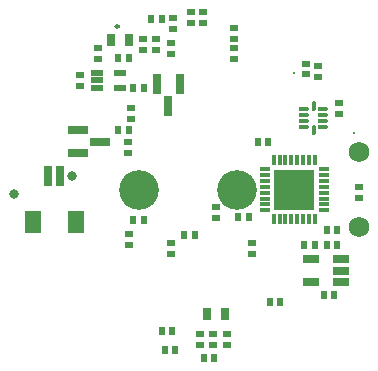
<source format=gbs>
%FSLAX24Y24*%
%MOIN*%
G70*
G01*
G75*
G04 Layer_Color=16711935*
%ADD10C,0.0100*%
%ADD11R,0.2362X0.1890*%
%ADD12O,0.0315X0.0157*%
%ADD13O,0.0276X0.0098*%
%ADD14O,0.0098X0.0276*%
%ADD15R,0.0236X0.0157*%
%ADD16R,0.0197X0.0354*%
%ADD17R,0.0157X0.0236*%
%ADD18R,0.0354X0.0197*%
%ADD19R,0.1850X0.1850*%
%ADD20O,0.0110X0.0315*%
%ADD21O,0.0315X0.0110*%
%ADD22R,0.2028X0.2028*%
%ADD23O,0.0110X0.0335*%
%ADD24O,0.0335X0.0110*%
%ADD25O,0.0532X0.0177*%
%ADD26R,0.0532X0.0157*%
%ADD27R,0.0630X0.0748*%
%ADD28R,0.0551X0.0630*%
%ADD29R,0.0217X0.0394*%
%ADD30R,0.0276X0.0354*%
%ADD31R,0.0138X0.0098*%
%ADD32R,0.0098X0.0187*%
%ADD33R,0.0787X0.0472*%
%ADD34R,0.0142X0.0142*%
%ADD35R,0.0110X0.0110*%
G04:AMPARAMS|DCode=36|XSize=59.1mil|YSize=102.4mil|CornerRadius=0mil|HoleSize=0mil|Usage=FLASHONLY|Rotation=230.000|XOffset=0mil|YOffset=0mil|HoleType=Round|Shape=Rectangle|*
%AMROTATEDRECTD36*
4,1,4,-0.0202,0.0555,0.0582,-0.0103,0.0202,-0.0555,-0.0582,0.0103,-0.0202,0.0555,0.0*
%
%ADD36ROTATEDRECTD36*%

%ADD37R,0.0197X0.0315*%
G04:AMPARAMS|DCode=38|XSize=86.6mil|YSize=51.2mil|CornerRadius=12.8mil|HoleSize=0mil|Usage=FLASHONLY|Rotation=270.000|XOffset=0mil|YOffset=0mil|HoleType=Round|Shape=RoundedRectangle|*
%AMROUNDEDRECTD38*
21,1,0.0866,0.0256,0,0,270.0*
21,1,0.0610,0.0512,0,0,270.0*
1,1,0.0256,-0.0128,-0.0305*
1,1,0.0256,-0.0128,0.0305*
1,1,0.0256,0.0128,0.0305*
1,1,0.0256,0.0128,-0.0305*
%
%ADD38ROUNDEDRECTD38*%
G04:AMPARAMS|DCode=39|XSize=15.7mil|YSize=23.6mil|CornerRadius=3.9mil|HoleSize=0mil|Usage=FLASHONLY|Rotation=270.000|XOffset=0mil|YOffset=0mil|HoleType=Round|Shape=RoundedRectangle|*
%AMROUNDEDRECTD39*
21,1,0.0157,0.0157,0,0,270.0*
21,1,0.0079,0.0236,0,0,270.0*
1,1,0.0079,-0.0079,-0.0039*
1,1,0.0079,-0.0079,0.0039*
1,1,0.0079,0.0079,0.0039*
1,1,0.0079,0.0079,-0.0039*
%
%ADD39ROUNDEDRECTD39*%
%ADD40R,0.0118X0.0209*%
%ADD41R,0.0118X0.0193*%
%ADD42R,0.0157X0.0335*%
%ADD43R,0.0335X0.0157*%
%ADD44C,0.0060*%
%ADD45C,0.0050*%
%ADD46C,0.0120*%
%ADD47C,0.0181*%
%ADD48C,0.0080*%
%ADD49C,0.0150*%
%ADD50C,0.1260*%
%ADD51C,0.0630*%
%ADD52C,0.0197*%
%ADD53C,0.0180*%
%ADD54C,0.0260*%
%ADD55C,0.0220*%
%ADD56C,0.0200*%
%ADD57C,0.0276*%
%ADD58O,0.0098X0.0315*%
%ADD59O,0.0315X0.0098*%
%ADD60R,0.1299X0.1299*%
%ADD61R,0.0236X0.0591*%
%ADD62R,0.0591X0.0236*%
%ADD63R,0.0236X0.0610*%
%ADD64R,0.0472X0.0709*%
%ADD65R,0.0512X0.0217*%
%ADD66C,0.0098*%
%ADD67C,0.0079*%
%ADD68C,0.0039*%
%ADD69C,0.0047*%
G04:AMPARAMS|DCode=70|XSize=43.3mil|YSize=55.1mil|CornerRadius=0mil|HoleSize=0mil|Usage=FLASHONLY|Rotation=230.000|XOffset=0mil|YOffset=0mil|HoleType=Round|Shape=Rectangle|*
%AMROTATEDRECTD70*
4,1,4,-0.0072,0.0343,0.0350,-0.0011,0.0072,-0.0343,-0.0350,0.0011,-0.0072,0.0343,0.0*
%
%ADD70ROTATEDRECTD70*%

%ADD71R,0.2422X0.1950*%
%ADD72O,0.0375X0.0217*%
%ADD73O,0.0336X0.0158*%
%ADD74O,0.0158X0.0336*%
%ADD75R,0.0296X0.0217*%
%ADD76R,0.0257X0.0414*%
%ADD77R,0.0217X0.0296*%
%ADD78R,0.0414X0.0257*%
%ADD79R,0.1910X0.1910*%
%ADD80O,0.0165X0.0370*%
%ADD81O,0.0370X0.0165*%
%ADD82R,0.2088X0.2088*%
%ADD83O,0.0165X0.0390*%
%ADD84O,0.0390X0.0165*%
%ADD85O,0.0592X0.0237*%
%ADD86R,0.0610X0.0236*%
%ADD87R,0.0709X0.0827*%
%ADD88R,0.0630X0.0709*%
%ADD89R,0.0277X0.0454*%
%ADD90R,0.0336X0.0414*%
%ADD91R,0.0198X0.0158*%
%ADD92R,0.0158X0.0247*%
%ADD93R,0.0847X0.0532*%
%ADD94R,0.0202X0.0202*%
%ADD95R,0.0170X0.0170*%
G04:AMPARAMS|DCode=96|XSize=65.1mil|YSize=108.4mil|CornerRadius=0mil|HoleSize=0mil|Usage=FLASHONLY|Rotation=230.000|XOffset=0mil|YOffset=0mil|HoleType=Round|Shape=Rectangle|*
%AMROTATEDRECTD96*
4,1,4,-0.0206,0.0597,0.0624,-0.0099,0.0206,-0.0597,-0.0624,0.0099,-0.0206,0.0597,0.0*
%
%ADD96ROTATEDRECTD96*%

%ADD97R,0.0257X0.0375*%
G04:AMPARAMS|DCode=98|XSize=94.5mil|YSize=59.1mil|CornerRadius=16.7mil|HoleSize=0mil|Usage=FLASHONLY|Rotation=270.000|XOffset=0mil|YOffset=0mil|HoleType=Round|Shape=RoundedRectangle|*
%AMROUNDEDRECTD98*
21,1,0.0945,0.0256,0,0,270.0*
21,1,0.0610,0.0591,0,0,270.0*
1,1,0.0335,-0.0128,-0.0305*
1,1,0.0335,-0.0128,0.0305*
1,1,0.0335,0.0128,0.0305*
1,1,0.0335,0.0128,-0.0305*
%
%ADD98ROUNDEDRECTD98*%
G04:AMPARAMS|DCode=99|XSize=21.7mil|YSize=29.6mil|CornerRadius=6.9mil|HoleSize=0mil|Usage=FLASHONLY|Rotation=270.000|XOffset=0mil|YOffset=0mil|HoleType=Round|Shape=RoundedRectangle|*
%AMROUNDEDRECTD99*
21,1,0.0217,0.0157,0,0,270.0*
21,1,0.0079,0.0296,0,0,270.0*
1,1,0.0139,-0.0079,-0.0039*
1,1,0.0139,-0.0079,0.0039*
1,1,0.0139,0.0079,0.0039*
1,1,0.0139,0.0079,-0.0039*
%
%ADD99ROUNDEDRECTD99*%
%ADD100R,0.0178X0.0269*%
%ADD101R,0.0178X0.0253*%
%ADD102R,0.0217X0.0395*%
%ADD103R,0.0395X0.0217*%
%ADD104C,0.1320*%
%ADD105C,0.0690*%
%ADD106R,0.0060X0.0060*%
%ADD107C,0.0320*%
%ADD108C,0.0020*%
%ADD109O,0.0158X0.0375*%
%ADD110O,0.0375X0.0158*%
%ADD111R,0.1359X0.1359*%
%ADD112R,0.0296X0.0651*%
%ADD113R,0.0651X0.0296*%
%ADD114R,0.0296X0.0670*%
%ADD115R,0.0532X0.0769*%
%ADD116R,0.0572X0.0277*%
%ADD117C,0.0076*%
D10*
X-2400Y5450D02*
G03*
X-2400Y5450I-50J0D01*
G01*
D73*
X4415Y2695D02*
D03*
Y2498D02*
D03*
Y2302D02*
D03*
Y2105D02*
D03*
X3785D02*
D03*
Y2302D02*
D03*
Y2498D02*
D03*
Y2695D02*
D03*
D74*
X4100Y2006D02*
D03*
Y2794D02*
D03*
D75*
X-2050Y-1473D02*
D03*
Y-1827D02*
D03*
X-1150Y4673D02*
D03*
Y5027D02*
D03*
X-1600Y4673D02*
D03*
Y5027D02*
D03*
X-600Y5373D02*
D03*
Y5727D02*
D03*
X-650Y4523D02*
D03*
Y4877D02*
D03*
X4950Y2523D02*
D03*
Y2877D02*
D03*
X4250Y3773D02*
D03*
Y4127D02*
D03*
X3850Y3850D02*
D03*
Y4204D02*
D03*
X1450Y5023D02*
D03*
Y5377D02*
D03*
Y4727D02*
D03*
Y4373D02*
D03*
X400Y5573D02*
D03*
Y5927D02*
D03*
X0Y5573D02*
D03*
Y5927D02*
D03*
X-2000Y2373D02*
D03*
Y2727D02*
D03*
X-2100Y1577D02*
D03*
Y1223D02*
D03*
X-3700Y3473D02*
D03*
Y3827D02*
D03*
X-3100Y4727D02*
D03*
Y4373D02*
D03*
X1200Y-4823D02*
D03*
Y-5177D02*
D03*
X750D02*
D03*
Y-4823D02*
D03*
X300Y-5177D02*
D03*
Y-4823D02*
D03*
X2050Y-1773D02*
D03*
Y-2127D02*
D03*
X850Y-573D02*
D03*
Y-927D02*
D03*
X-650Y-2127D02*
D03*
Y-1773D02*
D03*
X5600Y77D02*
D03*
Y-277D02*
D03*
D76*
X-2645Y5000D02*
D03*
X-2055D02*
D03*
X555Y-4150D02*
D03*
X1145D02*
D03*
D77*
X-1573Y-1000D02*
D03*
X-1927D02*
D03*
X-973Y5700D02*
D03*
X-1327D02*
D03*
X-2073Y4400D02*
D03*
X-2427D02*
D03*
Y2000D02*
D03*
X-2073D02*
D03*
X-1573Y3400D02*
D03*
X-1927D02*
D03*
X4777Y-3500D02*
D03*
X4423D02*
D03*
X4523Y-1850D02*
D03*
X4877D02*
D03*
X4127D02*
D03*
X3773D02*
D03*
X4877Y-1350D02*
D03*
X4523D02*
D03*
X2977Y-3750D02*
D03*
X2623D02*
D03*
X423Y-5600D02*
D03*
X777D02*
D03*
X-523Y-5350D02*
D03*
X-877D02*
D03*
X-977Y-4700D02*
D03*
X-623D02*
D03*
X1927Y-900D02*
D03*
X1573D02*
D03*
X-227Y-1500D02*
D03*
X127D02*
D03*
X2223Y1600D02*
D03*
X2577D02*
D03*
D103*
X-3124Y3394D02*
D03*
Y3650D02*
D03*
Y3906D02*
D03*
X-2376D02*
D03*
Y3394D02*
D03*
D104*
X-1734Y0D02*
D03*
X1534D02*
D03*
D105*
X5600Y1250D02*
D03*
Y-1250D02*
D03*
D106*
X3446Y3904D02*
D03*
X5454Y1896D02*
D03*
D107*
X-5900Y-150D02*
D03*
X-3951Y451D02*
D03*
D108*
X-4000Y1600D02*
D03*
X-5100Y200D02*
D03*
X-4550Y1400D02*
D03*
X-4860Y1940D02*
D03*
X2400Y-5300D02*
D03*
X4050Y-2700D02*
D03*
X5050Y-800D02*
D03*
Y500D02*
D03*
D109*
X2761Y984D02*
D03*
X2958D02*
D03*
X3155D02*
D03*
X3352D02*
D03*
X3548D02*
D03*
X3745D02*
D03*
X3942D02*
D03*
X4139D02*
D03*
Y-984D02*
D03*
X3942D02*
D03*
X3745D02*
D03*
X3548D02*
D03*
X3352D02*
D03*
X3155D02*
D03*
X2958D02*
D03*
X2761D02*
D03*
D110*
X4434Y689D02*
D03*
Y492D02*
D03*
Y295D02*
D03*
Y98D02*
D03*
Y-98D02*
D03*
Y-295D02*
D03*
Y-492D02*
D03*
Y-689D02*
D03*
X2466D02*
D03*
Y-492D02*
D03*
Y-295D02*
D03*
Y-98D02*
D03*
Y98D02*
D03*
Y295D02*
D03*
Y492D02*
D03*
Y689D02*
D03*
D111*
X3450Y0D02*
D03*
D112*
X-750Y2776D02*
D03*
X-376Y3524D02*
D03*
X-1124D02*
D03*
D113*
X-3026Y1600D02*
D03*
X-3774Y1974D02*
D03*
Y1226D02*
D03*
D114*
X-4747Y451D02*
D03*
X-4353D02*
D03*
D115*
X-5259Y-1074D02*
D03*
X-3841D02*
D03*
D116*
X4992Y-2326D02*
D03*
Y-2700D02*
D03*
Y-3074D02*
D03*
X4008D02*
D03*
Y-2326D02*
D03*
D117*
X3450Y0D02*
D03*
M02*

</source>
